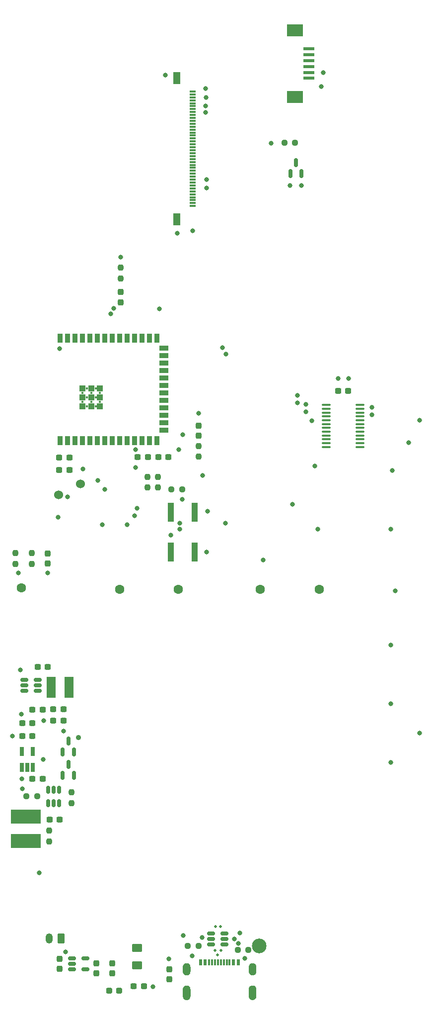
<source format=gts>
G04 #@! TF.GenerationSoftware,KiCad,Pcbnew,7.0.1*
G04 #@! TF.CreationDate,2023-03-17T22:44:53-07:00*
G04 #@! TF.ProjectId,TI-83x,54492d38-3378-42e6-9b69-6361645f7063,A*
G04 #@! TF.SameCoordinates,Original*
G04 #@! TF.FileFunction,Soldermask,Top*
G04 #@! TF.FilePolarity,Negative*
%FSLAX46Y46*%
G04 Gerber Fmt 4.6, Leading zero omitted, Abs format (unit mm)*
G04 Created by KiCad (PCBNEW 7.0.1) date 2023-03-17 22:44:53*
%MOMM*%
%LPD*%
G01*
G04 APERTURE LIST*
G04 Aperture macros list*
%AMRoundRect*
0 Rectangle with rounded corners*
0 $1 Rounding radius*
0 $2 $3 $4 $5 $6 $7 $8 $9 X,Y pos of 4 corners*
0 Add a 4 corners polygon primitive as box body*
4,1,4,$2,$3,$4,$5,$6,$7,$8,$9,$2,$3,0*
0 Add four circle primitives for the rounded corners*
1,1,$1+$1,$2,$3*
1,1,$1+$1,$4,$5*
1,1,$1+$1,$6,$7*
1,1,$1+$1,$8,$9*
0 Add four rect primitives between the rounded corners*
20,1,$1+$1,$2,$3,$4,$5,0*
20,1,$1+$1,$4,$5,$6,$7,0*
20,1,$1+$1,$6,$7,$8,$9,0*
20,1,$1+$1,$8,$9,$2,$3,0*%
G04 Aperture macros list end*
%ADD10C,0.010000*%
%ADD11C,0.450000*%
%ADD12R,1.000000X1.000000*%
%ADD13R,0.900000X1.500000*%
%ADD14R,1.500000X0.900000*%
%ADD15R,0.300000X1.100000*%
%ADD16R,0.600000X1.100000*%
%ADD17RoundRect,0.237500X-0.300000X-0.237500X0.300000X-0.237500X0.300000X0.237500X-0.300000X0.237500X0*%
%ADD18RoundRect,0.237500X0.250000X0.237500X-0.250000X0.237500X-0.250000X-0.237500X0.250000X-0.237500X0*%
%ADD19RoundRect,0.237500X0.237500X-0.250000X0.237500X0.250000X-0.237500X0.250000X-0.237500X-0.250000X0*%
%ADD20RoundRect,0.237500X0.300000X0.237500X-0.300000X0.237500X-0.300000X-0.237500X0.300000X-0.237500X0*%
%ADD21RoundRect,0.150000X-0.150000X0.512500X-0.150000X-0.512500X0.150000X-0.512500X0.150000X0.512500X0*%
%ADD22R,1.300000X2.000000*%
%ADD23R,1.000000X0.300000*%
%ADD24RoundRect,0.150000X0.150000X-0.587500X0.150000X0.587500X-0.150000X0.587500X-0.150000X-0.587500X0*%
%ADD25RoundRect,0.237500X-0.237500X0.300000X-0.237500X-0.300000X0.237500X-0.300000X0.237500X0.300000X0*%
%ADD26RoundRect,0.237500X-0.237500X0.250000X-0.237500X-0.250000X0.237500X-0.250000X0.237500X0.250000X0*%
%ADD27RoundRect,0.150000X-0.512500X-0.150000X0.512500X-0.150000X0.512500X0.150000X-0.512500X0.150000X0*%
%ADD28RoundRect,0.237500X0.237500X-0.287500X0.237500X0.287500X-0.237500X0.287500X-0.237500X-0.287500X0*%
%ADD29RoundRect,0.250001X-0.624999X0.462499X-0.624999X-0.462499X0.624999X-0.462499X0.624999X0.462499X0*%
%ADD30RoundRect,0.100000X-0.637500X-0.100000X0.637500X-0.100000X0.637500X0.100000X-0.637500X0.100000X0*%
%ADD31RoundRect,0.237500X0.237500X-0.300000X0.237500X0.300000X-0.237500X0.300000X-0.237500X-0.300000X0*%
%ADD32R,1.000000X3.200000*%
%ADD33R,2.800000X2.100000*%
%ADD34R,1.900000X0.600000*%
%ADD35R,0.650000X1.560000*%
%ADD36O,1.200000X1.750000*%
%ADD37RoundRect,0.250000X0.350000X0.625000X-0.350000X0.625000X-0.350000X-0.625000X0.350000X-0.625000X0*%
%ADD38RoundRect,0.237500X-0.237500X0.287500X-0.237500X-0.287500X0.237500X-0.287500X0.237500X0.287500X0*%
%ADD39RoundRect,0.237500X-0.250000X-0.237500X0.250000X-0.237500X0.250000X0.237500X-0.250000X0.237500X0*%
%ADD40R,1.500000X3.600000*%
%ADD41RoundRect,0.237500X0.287500X0.237500X-0.287500X0.237500X-0.287500X-0.237500X0.287500X-0.237500X0*%
%ADD42R,5.100000X2.350000*%
%ADD43C,0.800000*%
%ADD44C,1.600000*%
%ADD45C,0.900000*%
%ADD46C,2.500000*%
%ADD47C,1.524000*%
%ADD48C,0.500000*%
G04 APERTURE END LIST*
D10*
X73901000Y-197201000D02*
X73933000Y-197203000D01*
X73964000Y-197207000D01*
X73995000Y-197213000D01*
X74025000Y-197220000D01*
X74055000Y-197229000D01*
X74085000Y-197240000D01*
X74114000Y-197252000D01*
X74142000Y-197265000D01*
X74170000Y-197280000D01*
X74197000Y-197297000D01*
X74223000Y-197315000D01*
X74248000Y-197334000D01*
X74271000Y-197354000D01*
X74294000Y-197376000D01*
X74316000Y-197399000D01*
X74336000Y-197422000D01*
X74355000Y-197447000D01*
X74373000Y-197473000D01*
X74390000Y-197500000D01*
X74405000Y-197528000D01*
X74418000Y-197556000D01*
X74430000Y-197585000D01*
X74441000Y-197615000D01*
X74450000Y-197645000D01*
X74457000Y-197675000D01*
X74463000Y-197706000D01*
X74467000Y-197737000D01*
X74469000Y-197769000D01*
X74470000Y-197800000D01*
X74470000Y-198400000D01*
X74470000Y-199000000D01*
X74469000Y-199031000D01*
X74467000Y-199063000D01*
X74463000Y-199094000D01*
X74457000Y-199125000D01*
X74450000Y-199155000D01*
X74441000Y-199185000D01*
X74430000Y-199215000D01*
X74418000Y-199244000D01*
X74405000Y-199272000D01*
X74390000Y-199300000D01*
X74373000Y-199327000D01*
X74355000Y-199353000D01*
X74336000Y-199378000D01*
X74316000Y-199401000D01*
X74294000Y-199424000D01*
X74271000Y-199446000D01*
X74248000Y-199466000D01*
X74223000Y-199485000D01*
X74197000Y-199503000D01*
X74170000Y-199520000D01*
X74142000Y-199535000D01*
X74114000Y-199548000D01*
X74085000Y-199560000D01*
X74055000Y-199571000D01*
X74025000Y-199580000D01*
X73995000Y-199587000D01*
X73964000Y-199593000D01*
X73933000Y-199597000D01*
X73901000Y-199599000D01*
X73870000Y-199600000D01*
X73839000Y-199599000D01*
X73807000Y-199597000D01*
X73776000Y-199593000D01*
X73745000Y-199587000D01*
X73715000Y-199580000D01*
X73685000Y-199571000D01*
X73655000Y-199560000D01*
X73626000Y-199548000D01*
X73598000Y-199535000D01*
X73570000Y-199520000D01*
X73543000Y-199503000D01*
X73517000Y-199485000D01*
X73492000Y-199466000D01*
X73469000Y-199446000D01*
X73446000Y-199424000D01*
X73424000Y-199401000D01*
X73404000Y-199378000D01*
X73385000Y-199353000D01*
X73367000Y-199327000D01*
X73350000Y-199300000D01*
X73335000Y-199272000D01*
X73322000Y-199244000D01*
X73310000Y-199215000D01*
X73299000Y-199185000D01*
X73290000Y-199155000D01*
X73283000Y-199125000D01*
X73277000Y-199094000D01*
X73273000Y-199063000D01*
X73271000Y-199031000D01*
X73270000Y-199000000D01*
X73270000Y-198400000D01*
X73270000Y-197800000D01*
X73271000Y-197769000D01*
X73273000Y-197737000D01*
X73277000Y-197706000D01*
X73283000Y-197675000D01*
X73290000Y-197645000D01*
X73299000Y-197615000D01*
X73310000Y-197585000D01*
X73322000Y-197556000D01*
X73335000Y-197528000D01*
X73350000Y-197500000D01*
X73367000Y-197473000D01*
X73385000Y-197447000D01*
X73404000Y-197422000D01*
X73424000Y-197399000D01*
X73446000Y-197376000D01*
X73469000Y-197354000D01*
X73492000Y-197334000D01*
X73517000Y-197315000D01*
X73543000Y-197297000D01*
X73570000Y-197280000D01*
X73598000Y-197265000D01*
X73626000Y-197252000D01*
X73655000Y-197240000D01*
X73685000Y-197229000D01*
X73715000Y-197220000D01*
X73745000Y-197213000D01*
X73776000Y-197207000D01*
X73807000Y-197203000D01*
X73839000Y-197201000D01*
X73870000Y-197200000D01*
X73901000Y-197201000D01*
G36*
X73901000Y-197201000D02*
G01*
X73933000Y-197203000D01*
X73964000Y-197207000D01*
X73995000Y-197213000D01*
X74025000Y-197220000D01*
X74055000Y-197229000D01*
X74085000Y-197240000D01*
X74114000Y-197252000D01*
X74142000Y-197265000D01*
X74170000Y-197280000D01*
X74197000Y-197297000D01*
X74223000Y-197315000D01*
X74248000Y-197334000D01*
X74271000Y-197354000D01*
X74294000Y-197376000D01*
X74316000Y-197399000D01*
X74336000Y-197422000D01*
X74355000Y-197447000D01*
X74373000Y-197473000D01*
X74390000Y-197500000D01*
X74405000Y-197528000D01*
X74418000Y-197556000D01*
X74430000Y-197585000D01*
X74441000Y-197615000D01*
X74450000Y-197645000D01*
X74457000Y-197675000D01*
X74463000Y-197706000D01*
X74467000Y-197737000D01*
X74469000Y-197769000D01*
X74470000Y-197800000D01*
X74470000Y-198400000D01*
X74470000Y-199000000D01*
X74469000Y-199031000D01*
X74467000Y-199063000D01*
X74463000Y-199094000D01*
X74457000Y-199125000D01*
X74450000Y-199155000D01*
X74441000Y-199185000D01*
X74430000Y-199215000D01*
X74418000Y-199244000D01*
X74405000Y-199272000D01*
X74390000Y-199300000D01*
X74373000Y-199327000D01*
X74355000Y-199353000D01*
X74336000Y-199378000D01*
X74316000Y-199401000D01*
X74294000Y-199424000D01*
X74271000Y-199446000D01*
X74248000Y-199466000D01*
X74223000Y-199485000D01*
X74197000Y-199503000D01*
X74170000Y-199520000D01*
X74142000Y-199535000D01*
X74114000Y-199548000D01*
X74085000Y-199560000D01*
X74055000Y-199571000D01*
X74025000Y-199580000D01*
X73995000Y-199587000D01*
X73964000Y-199593000D01*
X73933000Y-199597000D01*
X73901000Y-199599000D01*
X73870000Y-199600000D01*
X73839000Y-199599000D01*
X73807000Y-199597000D01*
X73776000Y-199593000D01*
X73745000Y-199587000D01*
X73715000Y-199580000D01*
X73685000Y-199571000D01*
X73655000Y-199560000D01*
X73626000Y-199548000D01*
X73598000Y-199535000D01*
X73570000Y-199520000D01*
X73543000Y-199503000D01*
X73517000Y-199485000D01*
X73492000Y-199466000D01*
X73469000Y-199446000D01*
X73446000Y-199424000D01*
X73424000Y-199401000D01*
X73404000Y-199378000D01*
X73385000Y-199353000D01*
X73367000Y-199327000D01*
X73350000Y-199300000D01*
X73335000Y-199272000D01*
X73322000Y-199244000D01*
X73310000Y-199215000D01*
X73299000Y-199185000D01*
X73290000Y-199155000D01*
X73283000Y-199125000D01*
X73277000Y-199094000D01*
X73273000Y-199063000D01*
X73271000Y-199031000D01*
X73270000Y-199000000D01*
X73270000Y-198400000D01*
X73270000Y-197800000D01*
X73271000Y-197769000D01*
X73273000Y-197737000D01*
X73277000Y-197706000D01*
X73283000Y-197675000D01*
X73290000Y-197645000D01*
X73299000Y-197615000D01*
X73310000Y-197585000D01*
X73322000Y-197556000D01*
X73335000Y-197528000D01*
X73350000Y-197500000D01*
X73367000Y-197473000D01*
X73385000Y-197447000D01*
X73404000Y-197422000D01*
X73424000Y-197399000D01*
X73446000Y-197376000D01*
X73469000Y-197354000D01*
X73492000Y-197334000D01*
X73517000Y-197315000D01*
X73543000Y-197297000D01*
X73570000Y-197280000D01*
X73598000Y-197265000D01*
X73626000Y-197252000D01*
X73655000Y-197240000D01*
X73685000Y-197229000D01*
X73715000Y-197220000D01*
X73745000Y-197213000D01*
X73776000Y-197207000D01*
X73807000Y-197203000D01*
X73839000Y-197201000D01*
X73870000Y-197200000D01*
X73901000Y-197201000D01*
G37*
X73901000Y-193401000D02*
X73933000Y-193403000D01*
X73964000Y-193407000D01*
X73995000Y-193413000D01*
X74025000Y-193420000D01*
X74055000Y-193429000D01*
X74085000Y-193440000D01*
X74114000Y-193452000D01*
X74142000Y-193465000D01*
X74170000Y-193480000D01*
X74197000Y-193497000D01*
X74223000Y-193515000D01*
X74248000Y-193534000D01*
X74271000Y-193554000D01*
X74294000Y-193576000D01*
X74316000Y-193599000D01*
X74336000Y-193622000D01*
X74355000Y-193647000D01*
X74373000Y-193673000D01*
X74390000Y-193700000D01*
X74405000Y-193728000D01*
X74418000Y-193756000D01*
X74430000Y-193785000D01*
X74441000Y-193815000D01*
X74450000Y-193845000D01*
X74457000Y-193875000D01*
X74463000Y-193906000D01*
X74467000Y-193937000D01*
X74469000Y-193969000D01*
X74470000Y-194000000D01*
X74470000Y-194800000D01*
X74469000Y-194831000D01*
X74467000Y-194863000D01*
X74463000Y-194894000D01*
X74457000Y-194925000D01*
X74450000Y-194955000D01*
X74441000Y-194985000D01*
X74430000Y-195015000D01*
X74418000Y-195044000D01*
X74405000Y-195072000D01*
X74390000Y-195100000D01*
X74373000Y-195127000D01*
X74355000Y-195153000D01*
X74336000Y-195178000D01*
X74316000Y-195201000D01*
X74294000Y-195224000D01*
X74271000Y-195246000D01*
X74248000Y-195266000D01*
X74223000Y-195285000D01*
X74197000Y-195303000D01*
X74170000Y-195320000D01*
X74142000Y-195335000D01*
X74114000Y-195348000D01*
X74085000Y-195360000D01*
X74055000Y-195371000D01*
X74025000Y-195380000D01*
X73995000Y-195387000D01*
X73964000Y-195393000D01*
X73933000Y-195397000D01*
X73901000Y-195399000D01*
X73870000Y-195400000D01*
X73839000Y-195399000D01*
X73807000Y-195397000D01*
X73776000Y-195393000D01*
X73745000Y-195387000D01*
X73715000Y-195380000D01*
X73685000Y-195371000D01*
X73655000Y-195360000D01*
X73626000Y-195348000D01*
X73598000Y-195335000D01*
X73570000Y-195320000D01*
X73543000Y-195303000D01*
X73517000Y-195285000D01*
X73492000Y-195266000D01*
X73469000Y-195246000D01*
X73446000Y-195224000D01*
X73424000Y-195201000D01*
X73404000Y-195178000D01*
X73385000Y-195153000D01*
X73367000Y-195127000D01*
X73350000Y-195100000D01*
X73335000Y-195072000D01*
X73322000Y-195044000D01*
X73310000Y-195015000D01*
X73299000Y-194985000D01*
X73290000Y-194955000D01*
X73283000Y-194925000D01*
X73277000Y-194894000D01*
X73273000Y-194863000D01*
X73271000Y-194831000D01*
X73270000Y-194800000D01*
X73270000Y-194000000D01*
X73271000Y-193969000D01*
X73273000Y-193937000D01*
X73277000Y-193906000D01*
X73283000Y-193875000D01*
X73290000Y-193845000D01*
X73299000Y-193815000D01*
X73310000Y-193785000D01*
X73322000Y-193756000D01*
X73335000Y-193728000D01*
X73350000Y-193700000D01*
X73367000Y-193673000D01*
X73385000Y-193647000D01*
X73404000Y-193622000D01*
X73424000Y-193599000D01*
X73446000Y-193576000D01*
X73469000Y-193554000D01*
X73492000Y-193534000D01*
X73517000Y-193515000D01*
X73543000Y-193497000D01*
X73570000Y-193480000D01*
X73598000Y-193465000D01*
X73626000Y-193452000D01*
X73655000Y-193440000D01*
X73685000Y-193429000D01*
X73715000Y-193420000D01*
X73745000Y-193413000D01*
X73776000Y-193407000D01*
X73807000Y-193403000D01*
X73839000Y-193401000D01*
X73870000Y-193400000D01*
X73901000Y-193401000D01*
G36*
X73901000Y-193401000D02*
G01*
X73933000Y-193403000D01*
X73964000Y-193407000D01*
X73995000Y-193413000D01*
X74025000Y-193420000D01*
X74055000Y-193429000D01*
X74085000Y-193440000D01*
X74114000Y-193452000D01*
X74142000Y-193465000D01*
X74170000Y-193480000D01*
X74197000Y-193497000D01*
X74223000Y-193515000D01*
X74248000Y-193534000D01*
X74271000Y-193554000D01*
X74294000Y-193576000D01*
X74316000Y-193599000D01*
X74336000Y-193622000D01*
X74355000Y-193647000D01*
X74373000Y-193673000D01*
X74390000Y-193700000D01*
X74405000Y-193728000D01*
X74418000Y-193756000D01*
X74430000Y-193785000D01*
X74441000Y-193815000D01*
X74450000Y-193845000D01*
X74457000Y-193875000D01*
X74463000Y-193906000D01*
X74467000Y-193937000D01*
X74469000Y-193969000D01*
X74470000Y-194000000D01*
X74470000Y-194800000D01*
X74469000Y-194831000D01*
X74467000Y-194863000D01*
X74463000Y-194894000D01*
X74457000Y-194925000D01*
X74450000Y-194955000D01*
X74441000Y-194985000D01*
X74430000Y-195015000D01*
X74418000Y-195044000D01*
X74405000Y-195072000D01*
X74390000Y-195100000D01*
X74373000Y-195127000D01*
X74355000Y-195153000D01*
X74336000Y-195178000D01*
X74316000Y-195201000D01*
X74294000Y-195224000D01*
X74271000Y-195246000D01*
X74248000Y-195266000D01*
X74223000Y-195285000D01*
X74197000Y-195303000D01*
X74170000Y-195320000D01*
X74142000Y-195335000D01*
X74114000Y-195348000D01*
X74085000Y-195360000D01*
X74055000Y-195371000D01*
X74025000Y-195380000D01*
X73995000Y-195387000D01*
X73964000Y-195393000D01*
X73933000Y-195397000D01*
X73901000Y-195399000D01*
X73870000Y-195400000D01*
X73839000Y-195399000D01*
X73807000Y-195397000D01*
X73776000Y-195393000D01*
X73745000Y-195387000D01*
X73715000Y-195380000D01*
X73685000Y-195371000D01*
X73655000Y-195360000D01*
X73626000Y-195348000D01*
X73598000Y-195335000D01*
X73570000Y-195320000D01*
X73543000Y-195303000D01*
X73517000Y-195285000D01*
X73492000Y-195266000D01*
X73469000Y-195246000D01*
X73446000Y-195224000D01*
X73424000Y-195201000D01*
X73404000Y-195178000D01*
X73385000Y-195153000D01*
X73367000Y-195127000D01*
X73350000Y-195100000D01*
X73335000Y-195072000D01*
X73322000Y-195044000D01*
X73310000Y-195015000D01*
X73299000Y-194985000D01*
X73290000Y-194955000D01*
X73283000Y-194925000D01*
X73277000Y-194894000D01*
X73273000Y-194863000D01*
X73271000Y-194831000D01*
X73270000Y-194800000D01*
X73270000Y-194000000D01*
X73271000Y-193969000D01*
X73273000Y-193937000D01*
X73277000Y-193906000D01*
X73283000Y-193875000D01*
X73290000Y-193845000D01*
X73299000Y-193815000D01*
X73310000Y-193785000D01*
X73322000Y-193756000D01*
X73335000Y-193728000D01*
X73350000Y-193700000D01*
X73367000Y-193673000D01*
X73385000Y-193647000D01*
X73404000Y-193622000D01*
X73424000Y-193599000D01*
X73446000Y-193576000D01*
X73469000Y-193554000D01*
X73492000Y-193534000D01*
X73517000Y-193515000D01*
X73543000Y-193497000D01*
X73570000Y-193480000D01*
X73598000Y-193465000D01*
X73626000Y-193452000D01*
X73655000Y-193440000D01*
X73685000Y-193429000D01*
X73715000Y-193420000D01*
X73745000Y-193413000D01*
X73776000Y-193407000D01*
X73807000Y-193403000D01*
X73839000Y-193401000D01*
X73870000Y-193400000D01*
X73901000Y-193401000D01*
G37*
X62661000Y-197201000D02*
X62693000Y-197203000D01*
X62724000Y-197207000D01*
X62755000Y-197213000D01*
X62785000Y-197220000D01*
X62815000Y-197229000D01*
X62845000Y-197240000D01*
X62874000Y-197252000D01*
X62902000Y-197265000D01*
X62930000Y-197280000D01*
X62957000Y-197297000D01*
X62983000Y-197315000D01*
X63008000Y-197334000D01*
X63031000Y-197354000D01*
X63054000Y-197376000D01*
X63076000Y-197399000D01*
X63096000Y-197422000D01*
X63115000Y-197447000D01*
X63133000Y-197473000D01*
X63150000Y-197500000D01*
X63165000Y-197528000D01*
X63178000Y-197556000D01*
X63190000Y-197585000D01*
X63201000Y-197615000D01*
X63210000Y-197645000D01*
X63217000Y-197675000D01*
X63223000Y-197706000D01*
X63227000Y-197737000D01*
X63229000Y-197769000D01*
X63230000Y-197800000D01*
X63230000Y-199000000D01*
X63229000Y-199031000D01*
X63227000Y-199063000D01*
X63223000Y-199094000D01*
X63217000Y-199125000D01*
X63210000Y-199155000D01*
X63201000Y-199185000D01*
X63190000Y-199215000D01*
X63178000Y-199244000D01*
X63165000Y-199272000D01*
X63150000Y-199300000D01*
X63133000Y-199327000D01*
X63115000Y-199353000D01*
X63096000Y-199378000D01*
X63076000Y-199401000D01*
X63054000Y-199424000D01*
X63031000Y-199446000D01*
X63008000Y-199466000D01*
X62983000Y-199485000D01*
X62957000Y-199503000D01*
X62930000Y-199520000D01*
X62902000Y-199535000D01*
X62874000Y-199548000D01*
X62845000Y-199560000D01*
X62815000Y-199571000D01*
X62785000Y-199580000D01*
X62755000Y-199587000D01*
X62724000Y-199593000D01*
X62693000Y-199597000D01*
X62661000Y-199599000D01*
X62630000Y-199600000D01*
X62599000Y-199599000D01*
X62567000Y-199597000D01*
X62536000Y-199593000D01*
X62505000Y-199587000D01*
X62475000Y-199580000D01*
X62445000Y-199571000D01*
X62415000Y-199560000D01*
X62386000Y-199548000D01*
X62358000Y-199535000D01*
X62330000Y-199520000D01*
X62303000Y-199503000D01*
X62277000Y-199485000D01*
X62252000Y-199466000D01*
X62229000Y-199446000D01*
X62206000Y-199424000D01*
X62184000Y-199401000D01*
X62164000Y-199378000D01*
X62145000Y-199353000D01*
X62127000Y-199327000D01*
X62110000Y-199300000D01*
X62095000Y-199272000D01*
X62082000Y-199244000D01*
X62070000Y-199215000D01*
X62059000Y-199185000D01*
X62050000Y-199155000D01*
X62043000Y-199125000D01*
X62037000Y-199094000D01*
X62033000Y-199063000D01*
X62031000Y-199031000D01*
X62030000Y-199000000D01*
X62030000Y-197800000D01*
X62031000Y-197769000D01*
X62033000Y-197737000D01*
X62037000Y-197706000D01*
X62043000Y-197675000D01*
X62050000Y-197645000D01*
X62059000Y-197615000D01*
X62070000Y-197585000D01*
X62082000Y-197556000D01*
X62095000Y-197528000D01*
X62110000Y-197500000D01*
X62127000Y-197473000D01*
X62145000Y-197447000D01*
X62164000Y-197422000D01*
X62184000Y-197399000D01*
X62206000Y-197376000D01*
X62229000Y-197354000D01*
X62252000Y-197334000D01*
X62277000Y-197315000D01*
X62303000Y-197297000D01*
X62330000Y-197280000D01*
X62358000Y-197265000D01*
X62386000Y-197252000D01*
X62415000Y-197240000D01*
X62445000Y-197229000D01*
X62475000Y-197220000D01*
X62505000Y-197213000D01*
X62536000Y-197207000D01*
X62567000Y-197203000D01*
X62599000Y-197201000D01*
X62630000Y-197200000D01*
X62661000Y-197201000D01*
G36*
X62661000Y-197201000D02*
G01*
X62693000Y-197203000D01*
X62724000Y-197207000D01*
X62755000Y-197213000D01*
X62785000Y-197220000D01*
X62815000Y-197229000D01*
X62845000Y-197240000D01*
X62874000Y-197252000D01*
X62902000Y-197265000D01*
X62930000Y-197280000D01*
X62957000Y-197297000D01*
X62983000Y-197315000D01*
X63008000Y-197334000D01*
X63031000Y-197354000D01*
X63054000Y-197376000D01*
X63076000Y-197399000D01*
X63096000Y-197422000D01*
X63115000Y-197447000D01*
X63133000Y-197473000D01*
X63150000Y-197500000D01*
X63165000Y-197528000D01*
X63178000Y-197556000D01*
X63190000Y-197585000D01*
X63201000Y-197615000D01*
X63210000Y-197645000D01*
X63217000Y-197675000D01*
X63223000Y-197706000D01*
X63227000Y-197737000D01*
X63229000Y-197769000D01*
X63230000Y-197800000D01*
X63230000Y-199000000D01*
X63229000Y-199031000D01*
X63227000Y-199063000D01*
X63223000Y-199094000D01*
X63217000Y-199125000D01*
X63210000Y-199155000D01*
X63201000Y-199185000D01*
X63190000Y-199215000D01*
X63178000Y-199244000D01*
X63165000Y-199272000D01*
X63150000Y-199300000D01*
X63133000Y-199327000D01*
X63115000Y-199353000D01*
X63096000Y-199378000D01*
X63076000Y-199401000D01*
X63054000Y-199424000D01*
X63031000Y-199446000D01*
X63008000Y-199466000D01*
X62983000Y-199485000D01*
X62957000Y-199503000D01*
X62930000Y-199520000D01*
X62902000Y-199535000D01*
X62874000Y-199548000D01*
X62845000Y-199560000D01*
X62815000Y-199571000D01*
X62785000Y-199580000D01*
X62755000Y-199587000D01*
X62724000Y-199593000D01*
X62693000Y-199597000D01*
X62661000Y-199599000D01*
X62630000Y-199600000D01*
X62599000Y-199599000D01*
X62567000Y-199597000D01*
X62536000Y-199593000D01*
X62505000Y-199587000D01*
X62475000Y-199580000D01*
X62445000Y-199571000D01*
X62415000Y-199560000D01*
X62386000Y-199548000D01*
X62358000Y-199535000D01*
X62330000Y-199520000D01*
X62303000Y-199503000D01*
X62277000Y-199485000D01*
X62252000Y-199466000D01*
X62229000Y-199446000D01*
X62206000Y-199424000D01*
X62184000Y-199401000D01*
X62164000Y-199378000D01*
X62145000Y-199353000D01*
X62127000Y-199327000D01*
X62110000Y-199300000D01*
X62095000Y-199272000D01*
X62082000Y-199244000D01*
X62070000Y-199215000D01*
X62059000Y-199185000D01*
X62050000Y-199155000D01*
X62043000Y-199125000D01*
X62037000Y-199094000D01*
X62033000Y-199063000D01*
X62031000Y-199031000D01*
X62030000Y-199000000D01*
X62030000Y-197800000D01*
X62031000Y-197769000D01*
X62033000Y-197737000D01*
X62037000Y-197706000D01*
X62043000Y-197675000D01*
X62050000Y-197645000D01*
X62059000Y-197615000D01*
X62070000Y-197585000D01*
X62082000Y-197556000D01*
X62095000Y-197528000D01*
X62110000Y-197500000D01*
X62127000Y-197473000D01*
X62145000Y-197447000D01*
X62164000Y-197422000D01*
X62184000Y-197399000D01*
X62206000Y-197376000D01*
X62229000Y-197354000D01*
X62252000Y-197334000D01*
X62277000Y-197315000D01*
X62303000Y-197297000D01*
X62330000Y-197280000D01*
X62358000Y-197265000D01*
X62386000Y-197252000D01*
X62415000Y-197240000D01*
X62445000Y-197229000D01*
X62475000Y-197220000D01*
X62505000Y-197213000D01*
X62536000Y-197207000D01*
X62567000Y-197203000D01*
X62599000Y-197201000D01*
X62630000Y-197200000D01*
X62661000Y-197201000D01*
G37*
X62661000Y-193401000D02*
X62693000Y-193403000D01*
X62724000Y-193407000D01*
X62755000Y-193413000D01*
X62785000Y-193420000D01*
X62815000Y-193429000D01*
X62845000Y-193440000D01*
X62874000Y-193452000D01*
X62902000Y-193465000D01*
X62930000Y-193480000D01*
X62957000Y-193497000D01*
X62983000Y-193515000D01*
X63008000Y-193534000D01*
X63031000Y-193554000D01*
X63054000Y-193576000D01*
X63076000Y-193599000D01*
X63096000Y-193622000D01*
X63115000Y-193647000D01*
X63133000Y-193673000D01*
X63150000Y-193700000D01*
X63165000Y-193728000D01*
X63178000Y-193756000D01*
X63190000Y-193785000D01*
X63201000Y-193815000D01*
X63210000Y-193845000D01*
X63217000Y-193875000D01*
X63223000Y-193906000D01*
X63227000Y-193937000D01*
X63229000Y-193969000D01*
X63230000Y-194000000D01*
X63230000Y-194800000D01*
X63229000Y-194831000D01*
X63227000Y-194863000D01*
X63223000Y-194894000D01*
X63217000Y-194925000D01*
X63210000Y-194955000D01*
X63201000Y-194985000D01*
X63190000Y-195015000D01*
X63178000Y-195044000D01*
X63165000Y-195072000D01*
X63150000Y-195100000D01*
X63133000Y-195127000D01*
X63115000Y-195153000D01*
X63096000Y-195178000D01*
X63076000Y-195201000D01*
X63054000Y-195224000D01*
X63031000Y-195246000D01*
X63008000Y-195266000D01*
X62983000Y-195285000D01*
X62957000Y-195303000D01*
X62930000Y-195320000D01*
X62902000Y-195335000D01*
X62874000Y-195348000D01*
X62845000Y-195360000D01*
X62815000Y-195371000D01*
X62785000Y-195380000D01*
X62755000Y-195387000D01*
X62724000Y-195393000D01*
X62693000Y-195397000D01*
X62661000Y-195399000D01*
X62630000Y-195400000D01*
X62599000Y-195399000D01*
X62567000Y-195397000D01*
X62536000Y-195393000D01*
X62505000Y-195387000D01*
X62475000Y-195380000D01*
X62445000Y-195371000D01*
X62415000Y-195360000D01*
X62386000Y-195348000D01*
X62358000Y-195335000D01*
X62330000Y-195320000D01*
X62303000Y-195303000D01*
X62277000Y-195285000D01*
X62252000Y-195266000D01*
X62229000Y-195246000D01*
X62206000Y-195224000D01*
X62184000Y-195201000D01*
X62164000Y-195178000D01*
X62145000Y-195153000D01*
X62127000Y-195127000D01*
X62110000Y-195100000D01*
X62095000Y-195072000D01*
X62082000Y-195044000D01*
X62070000Y-195015000D01*
X62059000Y-194985000D01*
X62050000Y-194955000D01*
X62043000Y-194925000D01*
X62037000Y-194894000D01*
X62033000Y-194863000D01*
X62031000Y-194831000D01*
X62030000Y-194800000D01*
X62030000Y-194000000D01*
X62031000Y-193969000D01*
X62033000Y-193937000D01*
X62037000Y-193906000D01*
X62043000Y-193875000D01*
X62050000Y-193845000D01*
X62059000Y-193815000D01*
X62070000Y-193785000D01*
X62082000Y-193756000D01*
X62095000Y-193728000D01*
X62110000Y-193700000D01*
X62127000Y-193673000D01*
X62145000Y-193647000D01*
X62164000Y-193622000D01*
X62184000Y-193599000D01*
X62206000Y-193576000D01*
X62229000Y-193554000D01*
X62252000Y-193534000D01*
X62277000Y-193515000D01*
X62303000Y-193497000D01*
X62330000Y-193480000D01*
X62358000Y-193465000D01*
X62386000Y-193452000D01*
X62415000Y-193440000D01*
X62445000Y-193429000D01*
X62475000Y-193420000D01*
X62505000Y-193413000D01*
X62536000Y-193407000D01*
X62567000Y-193403000D01*
X62599000Y-193401000D01*
X62630000Y-193400000D01*
X62661000Y-193401000D01*
G36*
X62661000Y-193401000D02*
G01*
X62693000Y-193403000D01*
X62724000Y-193407000D01*
X62755000Y-193413000D01*
X62785000Y-193420000D01*
X62815000Y-193429000D01*
X62845000Y-193440000D01*
X62874000Y-193452000D01*
X62902000Y-193465000D01*
X62930000Y-193480000D01*
X62957000Y-193497000D01*
X62983000Y-193515000D01*
X63008000Y-193534000D01*
X63031000Y-193554000D01*
X63054000Y-193576000D01*
X63076000Y-193599000D01*
X63096000Y-193622000D01*
X63115000Y-193647000D01*
X63133000Y-193673000D01*
X63150000Y-193700000D01*
X63165000Y-193728000D01*
X63178000Y-193756000D01*
X63190000Y-193785000D01*
X63201000Y-193815000D01*
X63210000Y-193845000D01*
X63217000Y-193875000D01*
X63223000Y-193906000D01*
X63227000Y-193937000D01*
X63229000Y-193969000D01*
X63230000Y-194000000D01*
X63230000Y-194800000D01*
X63229000Y-194831000D01*
X63227000Y-194863000D01*
X63223000Y-194894000D01*
X63217000Y-194925000D01*
X63210000Y-194955000D01*
X63201000Y-194985000D01*
X63190000Y-195015000D01*
X63178000Y-195044000D01*
X63165000Y-195072000D01*
X63150000Y-195100000D01*
X63133000Y-195127000D01*
X63115000Y-195153000D01*
X63096000Y-195178000D01*
X63076000Y-195201000D01*
X63054000Y-195224000D01*
X63031000Y-195246000D01*
X63008000Y-195266000D01*
X62983000Y-195285000D01*
X62957000Y-195303000D01*
X62930000Y-195320000D01*
X62902000Y-195335000D01*
X62874000Y-195348000D01*
X62845000Y-195360000D01*
X62815000Y-195371000D01*
X62785000Y-195380000D01*
X62755000Y-195387000D01*
X62724000Y-195393000D01*
X62693000Y-195397000D01*
X62661000Y-195399000D01*
X62630000Y-195400000D01*
X62599000Y-195399000D01*
X62567000Y-195397000D01*
X62536000Y-195393000D01*
X62505000Y-195387000D01*
X62475000Y-195380000D01*
X62445000Y-195371000D01*
X62415000Y-195360000D01*
X62386000Y-195348000D01*
X62358000Y-195335000D01*
X62330000Y-195320000D01*
X62303000Y-195303000D01*
X62277000Y-195285000D01*
X62252000Y-195266000D01*
X62229000Y-195246000D01*
X62206000Y-195224000D01*
X62184000Y-195201000D01*
X62164000Y-195178000D01*
X62145000Y-195153000D01*
X62127000Y-195127000D01*
X62110000Y-195100000D01*
X62095000Y-195072000D01*
X62082000Y-195044000D01*
X62070000Y-195015000D01*
X62059000Y-194985000D01*
X62050000Y-194955000D01*
X62043000Y-194925000D01*
X62037000Y-194894000D01*
X62033000Y-194863000D01*
X62031000Y-194831000D01*
X62030000Y-194800000D01*
X62030000Y-194000000D01*
X62031000Y-193969000D01*
X62033000Y-193937000D01*
X62037000Y-193906000D01*
X62043000Y-193875000D01*
X62050000Y-193845000D01*
X62059000Y-193815000D01*
X62070000Y-193785000D01*
X62082000Y-193756000D01*
X62095000Y-193728000D01*
X62110000Y-193700000D01*
X62127000Y-193673000D01*
X62145000Y-193647000D01*
X62164000Y-193622000D01*
X62184000Y-193599000D01*
X62206000Y-193576000D01*
X62229000Y-193554000D01*
X62252000Y-193534000D01*
X62277000Y-193515000D01*
X62303000Y-193497000D01*
X62330000Y-193480000D01*
X62358000Y-193465000D01*
X62386000Y-193452000D01*
X62415000Y-193440000D01*
X62445000Y-193429000D01*
X62475000Y-193420000D01*
X62505000Y-193413000D01*
X62536000Y-193407000D01*
X62567000Y-193403000D01*
X62599000Y-193401000D01*
X62630000Y-193400000D01*
X62661000Y-193401000D01*
G37*
D11*
X47897500Y-96320000D03*
X47897500Y-97820000D03*
X46397500Y-96320000D03*
X46397500Y-97820000D03*
X44897500Y-96320000D03*
X44897500Y-97820000D03*
X47147500Y-95570000D03*
X47147500Y-97070000D03*
X47147500Y-98570000D03*
X45647500Y-95570000D03*
X45647500Y-98570000D03*
X45647500Y-97070000D03*
D12*
X44897500Y-95570000D03*
X44897500Y-97070000D03*
X44897500Y-98570000D03*
X47897500Y-95570000D03*
X47897500Y-97070000D03*
X47897500Y-98570000D03*
X46397500Y-95570000D03*
X46397500Y-98570000D03*
X46397500Y-97070000D03*
D13*
X41047500Y-86960000D03*
X42317500Y-86960000D03*
X43587500Y-86960000D03*
X44857500Y-86960000D03*
X46127500Y-86960000D03*
X47397500Y-86960000D03*
X48667500Y-86960000D03*
X49937500Y-86960000D03*
X51207500Y-86960000D03*
X52477500Y-86960000D03*
X53747500Y-86960000D03*
X55017500Y-86960000D03*
X56287500Y-86960000D03*
X57557500Y-86960000D03*
D14*
X58807500Y-88725000D03*
X58807500Y-89995000D03*
X58807500Y-91265000D03*
X58807500Y-92535000D03*
X58807500Y-93805000D03*
X58807500Y-95075000D03*
X58807500Y-96345000D03*
X58807500Y-97615000D03*
X58807500Y-98885000D03*
X58807500Y-100155000D03*
X58807500Y-101425000D03*
X58807500Y-102695000D03*
D13*
X57557500Y-104460000D03*
X56287500Y-104460000D03*
X55017500Y-104460000D03*
X53747500Y-104460000D03*
X52477500Y-104460000D03*
X51207500Y-104460000D03*
X49937500Y-104460000D03*
X48667500Y-104460000D03*
X47397500Y-104460000D03*
X46127500Y-104460000D03*
X44857500Y-104460000D03*
X43587500Y-104460000D03*
X42317500Y-104460000D03*
X41047500Y-104460000D03*
D15*
X66500000Y-193250000D03*
X67500000Y-193250000D03*
X69000000Y-193250000D03*
X70000000Y-193250000D03*
D16*
X70650000Y-193250000D03*
X71450000Y-193250000D03*
D15*
X69500000Y-193250000D03*
X68500000Y-193250000D03*
X68000000Y-193250000D03*
X67000000Y-193250000D03*
D16*
X65850000Y-193250000D03*
X65050000Y-193250000D03*
D17*
X36387500Y-150250000D03*
X38112500Y-150250000D03*
D18*
X60087500Y-112750000D03*
X61912500Y-112750000D03*
D19*
X56000000Y-110587500D03*
X56000000Y-112412500D03*
D20*
X41662500Y-150200000D03*
X39937500Y-150200000D03*
D21*
X40950000Y-163862500D03*
X40000000Y-163862500D03*
X39050000Y-163862500D03*
X39050000Y-166137500D03*
X40000000Y-166137500D03*
X40950000Y-166137500D03*
D22*
X60975000Y-66800000D03*
X60975000Y-42700000D03*
D23*
X63675000Y-45000000D03*
X63675000Y-45500000D03*
X63675000Y-46000000D03*
X63675000Y-46500000D03*
X63675000Y-47000000D03*
X63675000Y-47500000D03*
X63675000Y-48000000D03*
X63675000Y-48500000D03*
X63675000Y-49000000D03*
X63675000Y-49500000D03*
X63675000Y-50000000D03*
X63675000Y-50500000D03*
X63675000Y-51000000D03*
X63675000Y-51500000D03*
X63675000Y-52000000D03*
X63675000Y-52500000D03*
X63675000Y-53000000D03*
X63675000Y-53500000D03*
X63675000Y-54000000D03*
X63675000Y-54500000D03*
X63675000Y-55000000D03*
X63675000Y-55500000D03*
X63675000Y-56000000D03*
X63675000Y-56500000D03*
X63675000Y-57000000D03*
X63675000Y-57500000D03*
X63675000Y-58000000D03*
X63675000Y-58500000D03*
X63675000Y-59000000D03*
X63675000Y-59500000D03*
X63675000Y-60000000D03*
X63675000Y-60500000D03*
X63675000Y-61000000D03*
X63675000Y-61500000D03*
X63675000Y-62000000D03*
X63675000Y-62500000D03*
X63675000Y-63000000D03*
X63675000Y-63500000D03*
X63675000Y-64000000D03*
X63675000Y-64500000D03*
D24*
X80350000Y-59000000D03*
X82250000Y-59000000D03*
X81300000Y-57125000D03*
D25*
X64750000Y-103612500D03*
X64750000Y-101887500D03*
D20*
X41000000Y-169000000D03*
X39275000Y-169000000D03*
D26*
X51400000Y-76812500D03*
X51400000Y-74987500D03*
D20*
X41662500Y-152100000D03*
X39937500Y-152100000D03*
D19*
X33500000Y-123587500D03*
X33500000Y-125412500D03*
X36250000Y-123587500D03*
X36250000Y-125412500D03*
D27*
X69137500Y-188350000D03*
X69137500Y-189300000D03*
X69137500Y-190250000D03*
X66862500Y-190250000D03*
X66862500Y-189300000D03*
X66862500Y-188350000D03*
D28*
X59700000Y-194425000D03*
X59700000Y-196175000D03*
D24*
X41550000Y-161437500D03*
X43450000Y-161437500D03*
X42500000Y-159562500D03*
D17*
X56062500Y-107200000D03*
X54337500Y-107200000D03*
D29*
X54250000Y-193737500D03*
X54250000Y-190762500D03*
D19*
X43000000Y-166162500D03*
X43000000Y-164337500D03*
D20*
X36362500Y-152500000D03*
X34637500Y-152500000D03*
D19*
X39250000Y-172662500D03*
X39250000Y-170837500D03*
D30*
X92225000Y-98361979D03*
X92225000Y-99011979D03*
X92225000Y-99661979D03*
X92225000Y-100311979D03*
X92225000Y-100961979D03*
X92225000Y-101611979D03*
X92225000Y-102261979D03*
X92225000Y-102911979D03*
X92225000Y-103561979D03*
X92225000Y-104211979D03*
X92225000Y-104861979D03*
X92225000Y-105511979D03*
X86500000Y-105511979D03*
X86500000Y-104861979D03*
X86500000Y-104211979D03*
X86500000Y-103561979D03*
X86500000Y-102911979D03*
X86500000Y-102261979D03*
X86500000Y-101611979D03*
X86500000Y-100961979D03*
X86500000Y-100311979D03*
X86500000Y-99661979D03*
X86500000Y-99011979D03*
X86500000Y-98361979D03*
D17*
X36387500Y-162000000D03*
X38112500Y-162000000D03*
X37237500Y-143000000D03*
X38962500Y-143000000D03*
D27*
X43112500Y-192550000D03*
X43112500Y-193500000D03*
X43112500Y-194450000D03*
X45387500Y-194450000D03*
X45387500Y-192550000D03*
D17*
X42662500Y-109400000D03*
X40937500Y-109400000D03*
X42662500Y-107300000D03*
X40937500Y-107300000D03*
D31*
X41000000Y-194362500D03*
X41000000Y-192637500D03*
D32*
X60000000Y-123400000D03*
X60000000Y-116600000D03*
X64000000Y-123400000D03*
X64000000Y-116600000D03*
D27*
X34962500Y-145150000D03*
X34962500Y-146100000D03*
X34962500Y-147050000D03*
X37237500Y-147050000D03*
X37237500Y-146100000D03*
X37237500Y-145150000D03*
D33*
X81150000Y-45900000D03*
X81150000Y-34600000D03*
D34*
X83500000Y-37750000D03*
X83500000Y-38750000D03*
X83500000Y-39750000D03*
X83500000Y-40750000D03*
X83500000Y-41750000D03*
X83500000Y-42750000D03*
D20*
X57837500Y-107200000D03*
X59562500Y-107200000D03*
D35*
X34550000Y-160100000D03*
X35500000Y-160100000D03*
X36450000Y-160100000D03*
X36450000Y-157400000D03*
X34550000Y-157400000D03*
D19*
X57800000Y-110587500D03*
X57800000Y-112412500D03*
D17*
X88500000Y-95936979D03*
X90225000Y-95936979D03*
D31*
X39000000Y-123637500D03*
X39000000Y-125362500D03*
D36*
X39250000Y-189200000D03*
D37*
X41250000Y-189200000D03*
D25*
X47250000Y-193387500D03*
X47250000Y-195112500D03*
D38*
X51400000Y-80875000D03*
X51400000Y-79125000D03*
D20*
X36362500Y-154750000D03*
X34637500Y-154750000D03*
D24*
X41550000Y-157437500D03*
X43450000Y-157437500D03*
X42500000Y-155562500D03*
D39*
X64712500Y-190500000D03*
X62887500Y-190500000D03*
D19*
X64750000Y-105337500D03*
X64750000Y-107162500D03*
D25*
X50005000Y-195112500D03*
X50005000Y-193387500D03*
D40*
X39575000Y-146400000D03*
X42625000Y-146400000D03*
D39*
X79337500Y-53750000D03*
X81162500Y-53750000D03*
D41*
X49445000Y-198080000D03*
X51195000Y-198080000D03*
D20*
X53637500Y-197350000D03*
X55362500Y-197350000D03*
D42*
X35250000Y-172575000D03*
X35250000Y-168425000D03*
D39*
X71387500Y-191100000D03*
X73212500Y-191100000D03*
D18*
X37162500Y-165000000D03*
X35337500Y-165000000D03*
D43*
X39000000Y-127000000D03*
X84500000Y-108750000D03*
X34000000Y-127000000D03*
X41000000Y-88800000D03*
X33000000Y-154750000D03*
X82250000Y-61000000D03*
D44*
X75250000Y-129750000D03*
D43*
X66250000Y-116500000D03*
X72600000Y-192600000D03*
X61300000Y-106000000D03*
X34650500Y-163750000D03*
X51400000Y-73200000D03*
X63700000Y-68700000D03*
X38250000Y-158750000D03*
D45*
X44250000Y-155000000D03*
D43*
X42000000Y-191500000D03*
X63600000Y-192200000D03*
D46*
X75000000Y-190500000D03*
D43*
X66079289Y-123400000D03*
X65900000Y-44500000D03*
X59600000Y-192700000D03*
X38300000Y-152100000D03*
X88500000Y-93900000D03*
D47*
X40800000Y-113700000D03*
D43*
X65900000Y-48600000D03*
X65300000Y-189000000D03*
X54000000Y-109000000D03*
X34500000Y-151000000D03*
X59000000Y-42250000D03*
X64750000Y-99750000D03*
X61100000Y-69100000D03*
X56960000Y-197430000D03*
X86000000Y-41800000D03*
D44*
X85250000Y-129749374D03*
D43*
X66100000Y-60000000D03*
X85600000Y-44200000D03*
D44*
X51250000Y-129750000D03*
D43*
X90300000Y-93900000D03*
X34300000Y-143500000D03*
D47*
X44600000Y-111800000D03*
D43*
X61900000Y-114400000D03*
X41700000Y-153900000D03*
D44*
X61250000Y-129750000D03*
D43*
X66100000Y-61400000D03*
X58000000Y-82000000D03*
X62000000Y-103419500D03*
X37500000Y-178000000D03*
X34550000Y-162000000D03*
X49762299Y-82862299D03*
X80250000Y-61000000D03*
D48*
X68500000Y-191200000D03*
X68400000Y-187200000D03*
X67970346Y-192029654D03*
X67500000Y-191200000D03*
X67600000Y-187200000D03*
D43*
X69250000Y-118500000D03*
X61500000Y-118500000D03*
X54250000Y-116000000D03*
X85000000Y-119500000D03*
X80750000Y-115250000D03*
X61500000Y-119500000D03*
X75750000Y-124750000D03*
X53750000Y-117250000D03*
X48700000Y-112700000D03*
X47500000Y-111250000D03*
X40750000Y-117500000D03*
X52500000Y-118750000D03*
X45000000Y-109250000D03*
X48250000Y-118750000D03*
X60000000Y-120500000D03*
X54000000Y-106000000D03*
X71700000Y-188300000D03*
X71488105Y-190024926D03*
X65400000Y-110400000D03*
X77100000Y-53800000D03*
X65900000Y-47500000D03*
X81525500Y-98000000D03*
X83000000Y-99500000D03*
X69400000Y-89700000D03*
X94250000Y-100000000D03*
X81525500Y-96750000D03*
X83000000Y-98250000D03*
X68800000Y-88600000D03*
X94250000Y-98750000D03*
X42400000Y-114000000D03*
X50200000Y-81900000D03*
X84055659Y-101055658D03*
X100500000Y-104750000D03*
X97750000Y-109500000D03*
X97500000Y-119500000D03*
X98250000Y-130000000D03*
X97500000Y-139250000D03*
X97500000Y-149250000D03*
X97500000Y-159250000D03*
X102400000Y-154200000D03*
X102400000Y-101000000D03*
X62100000Y-188700000D03*
X70800000Y-189300000D03*
X66000000Y-46000000D03*
D44*
X34500000Y-129500000D03*
M02*

</source>
